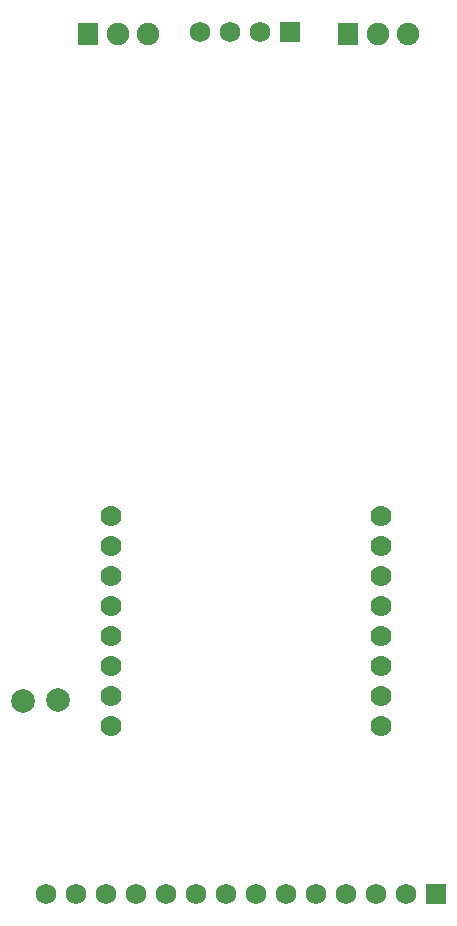
<source format=gts>
G04 Layer: TopSolderMaskLayer*
G04 EasyEDA v6.5.22, 2023-04-27 12:34:47*
G04 779951e368854bcf816121ffef92272d,e59a714fa63a4c4d88f0ac6658be742b,10*
G04 Gerber Generator version 0.2*
G04 Scale: 100 percent, Rotated: No, Reflected: No *
G04 Dimensions in millimeters *
G04 leading zeros omitted , absolute positions ,4 integer and 5 decimal *
%FSLAX45Y45*%
%MOMM*%

%AMMACRO1*1,1,$1,$2,$3*1,1,$1,$4,$5*1,1,$1,0-$2,0-$3*1,1,$1,0-$4,0-$5*20,1,$1,$2,$3,$4,$5,0*20,1,$1,$4,$5,0-$2,0-$3,0*20,1,$1,0-$2,0-$3,0-$4,0-$5,0*20,1,$1,0-$4,0-$5,$2,$3,0*4,1,4,$2,$3,$4,$5,0-$2,0-$3,0-$4,0-$5,$2,$3,0*%
%ADD10C,1.9016*%
%ADD11MACRO1,0.1016X-0.7874X-0.9X0.7874X-0.9*%
%ADD12MACRO1,0.2032X0.762X-0.762X0.762X0.762*%
%ADD13C,1.7272*%
%ADD14C,1.7782*%
%ADD15C,2.0032*%

%LPD*%
D10*
G01*
X3543300Y-228600D03*
G01*
X3289300Y-228600D03*
D11*
G01*
X3035300Y-228600D03*
D10*
G01*
X1346200Y-228600D03*
G01*
X1092200Y-228600D03*
D11*
G01*
X838200Y-228600D03*
D12*
G01*
X3784600Y-7505700D03*
D13*
G01*
X3530600Y-7505700D03*
G01*
X3276600Y-7505700D03*
G01*
X3022600Y-7505700D03*
G01*
X2768600Y-7505700D03*
G01*
X2514600Y-7505700D03*
G01*
X2260600Y-7505700D03*
G01*
X2006600Y-7505700D03*
G01*
X1752600Y-7505700D03*
G01*
X1498600Y-7505700D03*
G01*
X1244600Y-7505700D03*
G01*
X990600Y-7505700D03*
G01*
X736600Y-7505700D03*
G01*
X482600Y-7505700D03*
D12*
G01*
X2547620Y-213385D03*
D13*
G01*
X2293620Y-213360D03*
G01*
X2039620Y-213360D03*
G01*
X1785620Y-213360D03*
D14*
G01*
X3314700Y-6083300D03*
G01*
X1028700Y-4305300D03*
G01*
X1028700Y-4559300D03*
G01*
X1028700Y-4813300D03*
G01*
X1028700Y-5067300D03*
G01*
X1028700Y-5321300D03*
G01*
X1028700Y-5575300D03*
G01*
X1028700Y-5829300D03*
G01*
X1028700Y-6083300D03*
G01*
X3314700Y-4305300D03*
G01*
X3314700Y-4559300D03*
G01*
X3314700Y-4813300D03*
G01*
X3314700Y-5067300D03*
G01*
X3314700Y-5321300D03*
G01*
X3314700Y-5575300D03*
G01*
X3314700Y-5829300D03*
D15*
G01*
X281812Y-5870016D03*
G01*
X581787Y-5864783D03*
M02*

</source>
